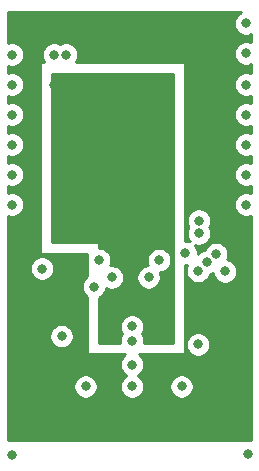
<source format=gbr>
%TF.GenerationSoftware,KiCad,Pcbnew,(5.1.9-0-10_14)*%
%TF.CreationDate,2021-05-20T16:30:14+09:00*%
%TF.ProjectId,tracer,74726163-6572-42e6-9b69-6361645f7063,rev?*%
%TF.SameCoordinates,Original*%
%TF.FileFunction,Copper,L3,Inr*%
%TF.FilePolarity,Positive*%
%FSLAX46Y46*%
G04 Gerber Fmt 4.6, Leading zero omitted, Abs format (unit mm)*
G04 Created by KiCad (PCBNEW (5.1.9-0-10_14)) date 2021-05-20 16:30:14*
%MOMM*%
%LPD*%
G01*
G04 APERTURE LIST*
%TA.AperFunction,ComponentPad*%
%ADD10C,0.800000*%
%TD*%
%TA.AperFunction,ViaPad*%
%ADD11C,0.800000*%
%TD*%
%TA.AperFunction,Conductor*%
%ADD12C,0.254000*%
%TD*%
%TA.AperFunction,Conductor*%
%ADD13C,0.100000*%
%TD*%
G04 APERTURE END LIST*
D10*
%TO.N,Net-(A1-Pad14)*%
%TO.C,TP14*%
X9906000Y38227000D03*
%TD*%
%TO.N,Net-(A1-Pad13)*%
%TO.C,TP13*%
X9906000Y35687000D03*
%TD*%
%TO.N,Net-(A1-Pad19)*%
%TO.C,TP19*%
X2540000Y23368000D03*
%TD*%
%TO.N,Net-(A1-Pad17)*%
%TO.C,TP17*%
X-2540000Y23368000D03*
%TD*%
D11*
%TO.N,GND*%
X254000Y12671000D03*
X-3683000Y12671000D03*
X5842000Y16227000D03*
X-5715000Y16925500D03*
X-7366000Y22640500D03*
X254000Y17751000D03*
X4445000Y12671000D03*
X-9906000Y40767000D03*
X-6350000Y40767000D03*
X-5334000Y40767000D03*
X-1460500Y21907500D03*
X1651000Y21907500D03*
X8128000Y22415500D03*
X10033000Y6921500D03*
X-9906000Y6858000D03*
%TO.N,/~SS*%
X4762500Y23974000D03*
X9906000Y30607000D03*
%TO.N,/CLK*%
X9906000Y28067000D03*
X5842000Y22450000D03*
%TO.N,/SDI*%
X5905500Y25625000D03*
%TO.N,/~SHDN*%
X254000Y14512500D03*
X-9906000Y30607000D03*
%TO.N,/~RS*%
X254000Y16544500D03*
X-2984500Y21116500D03*
X-9906000Y28067000D03*
%TO.N,+5V*%
X-9525000Y22640500D03*
X-5334000Y43307000D03*
X-9906000Y43307000D03*
X-6350000Y43307000D03*
X9937750Y22701250D03*
%TO.N,/RELAY2*%
X-9906000Y33147000D03*
%TO.N,/RELAY1*%
X-9906000Y35687000D03*
%TO.N,/SDO1*%
X5905500Y26704500D03*
X9906000Y33147000D03*
%TO.N,/SDO2*%
X6604000Y23212000D03*
%TO.N,+3V3*%
X-9906000Y38227000D03*
X-6350000Y38227000D03*
X-5334000Y38227000D03*
X0Y21145500D03*
%TO.N,Net-(A1-Pad15)*%
X9906000Y40865000D03*
%TO.N,Net-(A1-Pad16)*%
X9906000Y43405000D03*
%TO.N,Net-(D1-Pad2)*%
X7366000Y23876000D03*
%TD*%
D12*
%TO.N,+3V3*%
X3718000Y16377000D02*
X1275959Y16377000D01*
X1289000Y16442561D01*
X1289000Y16646439D01*
X1249226Y16846398D01*
X1171205Y17034756D01*
X1095705Y17147750D01*
X1171205Y17260744D01*
X1249226Y17449102D01*
X1289000Y17649061D01*
X1289000Y17852939D01*
X1249226Y18052898D01*
X1171205Y18241256D01*
X1057937Y18410774D01*
X913774Y18554937D01*
X744256Y18668205D01*
X555898Y18746226D01*
X355939Y18786000D01*
X152061Y18786000D01*
X-47898Y18746226D01*
X-236256Y18668205D01*
X-405774Y18554937D01*
X-549937Y18410774D01*
X-663205Y18241256D01*
X-741226Y18052898D01*
X-781000Y17852939D01*
X-781000Y17649061D01*
X-741226Y17449102D01*
X-663205Y17260744D01*
X-587705Y17147750D01*
X-663205Y17034756D01*
X-741226Y16846398D01*
X-781000Y16646439D01*
X-781000Y16442561D01*
X-767959Y16377000D01*
X-2528000Y16377000D01*
X-2528000Y20185313D01*
X-2494244Y20199295D01*
X-2324726Y20312563D01*
X-2180563Y20456726D01*
X-2067295Y20626244D01*
X-1989274Y20814602D01*
X-1953908Y20992401D01*
X-1950756Y20990295D01*
X-1762398Y20912274D01*
X-1562439Y20872500D01*
X-1358561Y20872500D01*
X-1158602Y20912274D01*
X-970244Y20990295D01*
X-800726Y21103563D01*
X-656563Y21247726D01*
X-543295Y21417244D01*
X-465274Y21605602D01*
X-425500Y21805561D01*
X-425500Y22009439D01*
X616000Y22009439D01*
X616000Y21805561D01*
X655774Y21605602D01*
X733795Y21417244D01*
X847063Y21247726D01*
X991226Y21103563D01*
X1160744Y20990295D01*
X1349102Y20912274D01*
X1549061Y20872500D01*
X1752939Y20872500D01*
X1952898Y20912274D01*
X2141256Y20990295D01*
X2310774Y21103563D01*
X2454937Y21247726D01*
X2568205Y21417244D01*
X2646226Y21605602D01*
X2686000Y21805561D01*
X2686000Y22009439D01*
X2646226Y22209398D01*
X2595028Y22333000D01*
X2641939Y22333000D01*
X2841898Y22372774D01*
X3030256Y22450795D01*
X3199774Y22564063D01*
X3343937Y22708226D01*
X3457205Y22877744D01*
X3535226Y23066102D01*
X3575000Y23266061D01*
X3575000Y23469939D01*
X3535226Y23669898D01*
X3457205Y23858256D01*
X3343937Y24027774D01*
X3199774Y24171937D01*
X3030256Y24285205D01*
X2841898Y24363226D01*
X2641939Y24403000D01*
X2438061Y24403000D01*
X2238102Y24363226D01*
X2049744Y24285205D01*
X1880226Y24171937D01*
X1736063Y24027774D01*
X1622795Y23858256D01*
X1544774Y23669898D01*
X1505000Y23469939D01*
X1505000Y23266061D01*
X1544774Y23066102D01*
X1595972Y22942500D01*
X1549061Y22942500D01*
X1349102Y22902726D01*
X1160744Y22824705D01*
X991226Y22711437D01*
X847063Y22567274D01*
X733795Y22397756D01*
X655774Y22209398D01*
X616000Y22009439D01*
X-425500Y22009439D01*
X-465274Y22209398D01*
X-543295Y22397756D01*
X-656563Y22567274D01*
X-800726Y22711437D01*
X-970244Y22824705D01*
X-1158602Y22902726D01*
X-1358561Y22942500D01*
X-1562439Y22942500D01*
X-1598983Y22935231D01*
X-1544774Y23066102D01*
X-1505000Y23266061D01*
X-1505000Y23469939D01*
X-1544774Y23669898D01*
X-1622795Y23858256D01*
X-1736063Y24027774D01*
X-1880226Y24171937D01*
X-2049744Y24285205D01*
X-2238102Y24363226D01*
X-2438061Y24403000D01*
X-2528000Y24403000D01*
X-2528000Y24750000D01*
X-2530440Y24774776D01*
X-2537667Y24798601D01*
X-2549403Y24820557D01*
X-2565197Y24839803D01*
X-2584443Y24855597D01*
X-2606399Y24867333D01*
X-2630224Y24874560D01*
X-2655000Y24877000D01*
X-6528000Y24877000D01*
X-6528000Y39123000D01*
X3718000Y39123000D01*
X3718000Y16377000D01*
%TA.AperFunction,Conductor*%
D13*
G36*
X3718000Y16377000D02*
G01*
X1275959Y16377000D01*
X1289000Y16442561D01*
X1289000Y16646439D01*
X1249226Y16846398D01*
X1171205Y17034756D01*
X1095705Y17147750D01*
X1171205Y17260744D01*
X1249226Y17449102D01*
X1289000Y17649061D01*
X1289000Y17852939D01*
X1249226Y18052898D01*
X1171205Y18241256D01*
X1057937Y18410774D01*
X913774Y18554937D01*
X744256Y18668205D01*
X555898Y18746226D01*
X355939Y18786000D01*
X152061Y18786000D01*
X-47898Y18746226D01*
X-236256Y18668205D01*
X-405774Y18554937D01*
X-549937Y18410774D01*
X-663205Y18241256D01*
X-741226Y18052898D01*
X-781000Y17852939D01*
X-781000Y17649061D01*
X-741226Y17449102D01*
X-663205Y17260744D01*
X-587705Y17147750D01*
X-663205Y17034756D01*
X-741226Y16846398D01*
X-781000Y16646439D01*
X-781000Y16442561D01*
X-767959Y16377000D01*
X-2528000Y16377000D01*
X-2528000Y20185313D01*
X-2494244Y20199295D01*
X-2324726Y20312563D01*
X-2180563Y20456726D01*
X-2067295Y20626244D01*
X-1989274Y20814602D01*
X-1953908Y20992401D01*
X-1950756Y20990295D01*
X-1762398Y20912274D01*
X-1562439Y20872500D01*
X-1358561Y20872500D01*
X-1158602Y20912274D01*
X-970244Y20990295D01*
X-800726Y21103563D01*
X-656563Y21247726D01*
X-543295Y21417244D01*
X-465274Y21605602D01*
X-425500Y21805561D01*
X-425500Y22009439D01*
X616000Y22009439D01*
X616000Y21805561D01*
X655774Y21605602D01*
X733795Y21417244D01*
X847063Y21247726D01*
X991226Y21103563D01*
X1160744Y20990295D01*
X1349102Y20912274D01*
X1549061Y20872500D01*
X1752939Y20872500D01*
X1952898Y20912274D01*
X2141256Y20990295D01*
X2310774Y21103563D01*
X2454937Y21247726D01*
X2568205Y21417244D01*
X2646226Y21605602D01*
X2686000Y21805561D01*
X2686000Y22009439D01*
X2646226Y22209398D01*
X2595028Y22333000D01*
X2641939Y22333000D01*
X2841898Y22372774D01*
X3030256Y22450795D01*
X3199774Y22564063D01*
X3343937Y22708226D01*
X3457205Y22877744D01*
X3535226Y23066102D01*
X3575000Y23266061D01*
X3575000Y23469939D01*
X3535226Y23669898D01*
X3457205Y23858256D01*
X3343937Y24027774D01*
X3199774Y24171937D01*
X3030256Y24285205D01*
X2841898Y24363226D01*
X2641939Y24403000D01*
X2438061Y24403000D01*
X2238102Y24363226D01*
X2049744Y24285205D01*
X1880226Y24171937D01*
X1736063Y24027774D01*
X1622795Y23858256D01*
X1544774Y23669898D01*
X1505000Y23469939D01*
X1505000Y23266061D01*
X1544774Y23066102D01*
X1595972Y22942500D01*
X1549061Y22942500D01*
X1349102Y22902726D01*
X1160744Y22824705D01*
X991226Y22711437D01*
X847063Y22567274D01*
X733795Y22397756D01*
X655774Y22209398D01*
X616000Y22009439D01*
X-425500Y22009439D01*
X-465274Y22209398D01*
X-543295Y22397756D01*
X-656563Y22567274D01*
X-800726Y22711437D01*
X-970244Y22824705D01*
X-1158602Y22902726D01*
X-1358561Y22942500D01*
X-1562439Y22942500D01*
X-1598983Y22935231D01*
X-1544774Y23066102D01*
X-1505000Y23266061D01*
X-1505000Y23469939D01*
X-1544774Y23669898D01*
X-1622795Y23858256D01*
X-1736063Y24027774D01*
X-1880226Y24171937D01*
X-2049744Y24285205D01*
X-2238102Y24363226D01*
X-2438061Y24403000D01*
X-2528000Y24403000D01*
X-2528000Y24750000D01*
X-2530440Y24774776D01*
X-2537667Y24798601D01*
X-2549403Y24820557D01*
X-2565197Y24839803D01*
X-2584443Y24855597D01*
X-2606399Y24867333D01*
X-2630224Y24874560D01*
X-2655000Y24877000D01*
X-6528000Y24877000D01*
X-6528000Y39123000D01*
X3718000Y39123000D01*
X3718000Y16377000D01*
G37*
%TD.AperFunction*%
%TD*%
D12*
%TO.N,+5V*%
X9415744Y44322205D02*
X9246226Y44208937D01*
X9102063Y44064774D01*
X8988795Y43895256D01*
X8910774Y43706898D01*
X8871000Y43506939D01*
X8871000Y43303061D01*
X8910774Y43103102D01*
X8988795Y42914744D01*
X9102063Y42745226D01*
X9246226Y42601063D01*
X9415744Y42487795D01*
X9604102Y42409774D01*
X9804061Y42370000D01*
X10007939Y42370000D01*
X10207898Y42409774D01*
X10340001Y42464493D01*
X10340001Y41805507D01*
X10207898Y41860226D01*
X10007939Y41900000D01*
X9804061Y41900000D01*
X9604102Y41860226D01*
X9415744Y41782205D01*
X9246226Y41668937D01*
X9102063Y41524774D01*
X8988795Y41355256D01*
X8910774Y41166898D01*
X8871000Y40966939D01*
X8871000Y40763061D01*
X8910774Y40563102D01*
X8988795Y40374744D01*
X9102063Y40205226D01*
X9246226Y40061063D01*
X9415744Y39947795D01*
X9604102Y39869774D01*
X9804061Y39830000D01*
X10007939Y39830000D01*
X10207898Y39869774D01*
X10340001Y39924493D01*
X10340001Y39167507D01*
X10207898Y39222226D01*
X10007939Y39262000D01*
X9804061Y39262000D01*
X9604102Y39222226D01*
X9415744Y39144205D01*
X9246226Y39030937D01*
X9102063Y38886774D01*
X8988795Y38717256D01*
X8910774Y38528898D01*
X8871000Y38328939D01*
X8871000Y38125061D01*
X8910774Y37925102D01*
X8988795Y37736744D01*
X9102063Y37567226D01*
X9246226Y37423063D01*
X9415744Y37309795D01*
X9604102Y37231774D01*
X9804061Y37192000D01*
X10007939Y37192000D01*
X10207898Y37231774D01*
X10340001Y37286493D01*
X10340001Y36627507D01*
X10207898Y36682226D01*
X10007939Y36722000D01*
X9804061Y36722000D01*
X9604102Y36682226D01*
X9415744Y36604205D01*
X9246226Y36490937D01*
X9102063Y36346774D01*
X8988795Y36177256D01*
X8910774Y35988898D01*
X8871000Y35788939D01*
X8871000Y35585061D01*
X8910774Y35385102D01*
X8988795Y35196744D01*
X9102063Y35027226D01*
X9246226Y34883063D01*
X9415744Y34769795D01*
X9604102Y34691774D01*
X9804061Y34652000D01*
X10007939Y34652000D01*
X10207898Y34691774D01*
X10340001Y34746493D01*
X10340001Y34087507D01*
X10207898Y34142226D01*
X10007939Y34182000D01*
X9804061Y34182000D01*
X9604102Y34142226D01*
X9415744Y34064205D01*
X9246226Y33950937D01*
X9102063Y33806774D01*
X8988795Y33637256D01*
X8910774Y33448898D01*
X8871000Y33248939D01*
X8871000Y33045061D01*
X8910774Y32845102D01*
X8988795Y32656744D01*
X9008669Y32627000D01*
X4722000Y32627000D01*
X4722000Y40000000D01*
X4719560Y40024776D01*
X4712333Y40048601D01*
X4700597Y40070557D01*
X4684803Y40089803D01*
X4665557Y40105597D01*
X4643601Y40117333D01*
X4619776Y40124560D01*
X4595000Y40127000D01*
X-4516850Y40127000D01*
X-4416795Y40276744D01*
X-4338774Y40465102D01*
X-4299000Y40665061D01*
X-4299000Y40868939D01*
X-4338774Y41068898D01*
X-4416795Y41257256D01*
X-4530063Y41426774D01*
X-4674226Y41570937D01*
X-4843744Y41684205D01*
X-5032102Y41762226D01*
X-5232061Y41802000D01*
X-5435939Y41802000D01*
X-5635898Y41762226D01*
X-5824256Y41684205D01*
X-5842000Y41672349D01*
X-5859744Y41684205D01*
X-6048102Y41762226D01*
X-6248061Y41802000D01*
X-6451939Y41802000D01*
X-6651898Y41762226D01*
X-6840256Y41684205D01*
X-7009774Y41570937D01*
X-7153937Y41426774D01*
X-7267205Y41257256D01*
X-7345226Y41068898D01*
X-7385000Y40868939D01*
X-7385000Y40665061D01*
X-7345226Y40465102D01*
X-7267205Y40276744D01*
X-7167150Y40127000D01*
X-7405000Y40127000D01*
X-7429776Y40124560D01*
X-7453601Y40117333D01*
X-7475557Y40105597D01*
X-7494803Y40089803D01*
X-7510597Y40070557D01*
X-7522333Y40048601D01*
X-7529560Y40024776D01*
X-7532000Y40000000D01*
X-7532000Y24000000D01*
X-7529560Y23975224D01*
X-7522333Y23951399D01*
X-7510597Y23929443D01*
X-7494803Y23910197D01*
X-7475557Y23894403D01*
X-7453601Y23882667D01*
X-7429776Y23875440D01*
X-7405000Y23873000D01*
X-3532000Y23873000D01*
X-3532000Y23677686D01*
X-3535226Y23669898D01*
X-3575000Y23469939D01*
X-3575000Y23266061D01*
X-3535226Y23066102D01*
X-3532000Y23058314D01*
X-3532000Y21995456D01*
X-3644274Y21920437D01*
X-3788437Y21776274D01*
X-3901705Y21606756D01*
X-3979726Y21418398D01*
X-4019500Y21218439D01*
X-4019500Y21014561D01*
X-3979726Y20814602D01*
X-3901705Y20626244D01*
X-3788437Y20456726D01*
X-3644274Y20312563D01*
X-3532000Y20237544D01*
X-3532000Y15500000D01*
X-3529560Y15475224D01*
X-3522333Y15451399D01*
X-3510597Y15429443D01*
X-3494803Y15410197D01*
X-3475557Y15394403D01*
X-3453601Y15382667D01*
X-3429776Y15375440D01*
X-3405000Y15373000D01*
X-321121Y15373000D01*
X-405774Y15316437D01*
X-549937Y15172274D01*
X-663205Y15002756D01*
X-741226Y14814398D01*
X-781000Y14614439D01*
X-781000Y14410561D01*
X-741226Y14210602D01*
X-663205Y14022244D01*
X-549937Y13852726D01*
X-405774Y13708563D01*
X-236256Y13595295D01*
X-227698Y13591750D01*
X-236256Y13588205D01*
X-405774Y13474937D01*
X-549937Y13330774D01*
X-663205Y13161256D01*
X-741226Y12972898D01*
X-781000Y12772939D01*
X-781000Y12569061D01*
X-741226Y12369102D01*
X-663205Y12180744D01*
X-549937Y12011226D01*
X-405774Y11867063D01*
X-236256Y11753795D01*
X-47898Y11675774D01*
X152061Y11636000D01*
X355939Y11636000D01*
X555898Y11675774D01*
X744256Y11753795D01*
X913774Y11867063D01*
X1057937Y12011226D01*
X1171205Y12180744D01*
X1249226Y12369102D01*
X1289000Y12569061D01*
X1289000Y12772939D01*
X3410000Y12772939D01*
X3410000Y12569061D01*
X3449774Y12369102D01*
X3527795Y12180744D01*
X3641063Y12011226D01*
X3785226Y11867063D01*
X3954744Y11753795D01*
X4143102Y11675774D01*
X4343061Y11636000D01*
X4546939Y11636000D01*
X4746898Y11675774D01*
X4935256Y11753795D01*
X5104774Y11867063D01*
X5248937Y12011226D01*
X5362205Y12180744D01*
X5440226Y12369102D01*
X5480000Y12569061D01*
X5480000Y12772939D01*
X5440226Y12972898D01*
X5362205Y13161256D01*
X5248937Y13330774D01*
X5104774Y13474937D01*
X4935256Y13588205D01*
X4746898Y13666226D01*
X4546939Y13706000D01*
X4343061Y13706000D01*
X4143102Y13666226D01*
X3954744Y13588205D01*
X3785226Y13474937D01*
X3641063Y13330774D01*
X3527795Y13161256D01*
X3449774Y12972898D01*
X3410000Y12772939D01*
X1289000Y12772939D01*
X1249226Y12972898D01*
X1171205Y13161256D01*
X1057937Y13330774D01*
X913774Y13474937D01*
X744256Y13588205D01*
X735698Y13591750D01*
X744256Y13595295D01*
X913774Y13708563D01*
X1057937Y13852726D01*
X1171205Y14022244D01*
X1249226Y14210602D01*
X1289000Y14410561D01*
X1289000Y14614439D01*
X1249226Y14814398D01*
X1171205Y15002756D01*
X1057937Y15172274D01*
X913774Y15316437D01*
X829121Y15373000D01*
X4595000Y15373000D01*
X4619776Y15375440D01*
X4643601Y15382667D01*
X4665557Y15394403D01*
X4684803Y15410197D01*
X4700597Y15429443D01*
X4712333Y15451399D01*
X4719560Y15475224D01*
X4722000Y15500000D01*
X4722000Y16328939D01*
X4807000Y16328939D01*
X4807000Y16125061D01*
X4846774Y15925102D01*
X4924795Y15736744D01*
X5038063Y15567226D01*
X5182226Y15423063D01*
X5351744Y15309795D01*
X5540102Y15231774D01*
X5740061Y15192000D01*
X5943939Y15192000D01*
X6143898Y15231774D01*
X6332256Y15309795D01*
X6501774Y15423063D01*
X6645937Y15567226D01*
X6759205Y15736744D01*
X6837226Y15925102D01*
X6877000Y16125061D01*
X6877000Y16328939D01*
X6837226Y16528898D01*
X6759205Y16717256D01*
X6645937Y16886774D01*
X6501774Y17030937D01*
X6332256Y17144205D01*
X6143898Y17222226D01*
X5943939Y17262000D01*
X5740061Y17262000D01*
X5540102Y17222226D01*
X5351744Y17144205D01*
X5182226Y17030937D01*
X5038063Y16886774D01*
X4924795Y16717256D01*
X4846774Y16528898D01*
X4807000Y16328939D01*
X4722000Y16328939D01*
X4722000Y22939000D01*
X4864439Y22939000D01*
X4933078Y22952653D01*
X4924795Y22940256D01*
X4846774Y22751898D01*
X4807000Y22551939D01*
X4807000Y22348061D01*
X4846774Y22148102D01*
X4924795Y21959744D01*
X5038063Y21790226D01*
X5182226Y21646063D01*
X5351744Y21532795D01*
X5540102Y21454774D01*
X5740061Y21415000D01*
X5943939Y21415000D01*
X6143898Y21454774D01*
X6332256Y21532795D01*
X6501774Y21646063D01*
X6645937Y21790226D01*
X6759205Y21959744D01*
X6837226Y22148102D01*
X6848619Y22205381D01*
X6905898Y22216774D01*
X7094256Y22294795D01*
X7096442Y22296256D01*
X7132774Y22113602D01*
X7210795Y21925244D01*
X7324063Y21755726D01*
X7468226Y21611563D01*
X7637744Y21498295D01*
X7826102Y21420274D01*
X8026061Y21380500D01*
X8229939Y21380500D01*
X8429898Y21420274D01*
X8618256Y21498295D01*
X8787774Y21611563D01*
X8931937Y21755726D01*
X9045205Y21925244D01*
X9123226Y22113602D01*
X9163000Y22313561D01*
X9163000Y22517439D01*
X9123226Y22717398D01*
X9045205Y22905756D01*
X8931937Y23075274D01*
X8787774Y23219437D01*
X8618256Y23332705D01*
X8429898Y23410726D01*
X8303932Y23435782D01*
X8361226Y23574102D01*
X8401000Y23774061D01*
X8401000Y23977939D01*
X8361226Y24177898D01*
X8283205Y24366256D01*
X8169937Y24535774D01*
X8025774Y24679937D01*
X7856256Y24793205D01*
X7667898Y24871226D01*
X7467939Y24911000D01*
X7264061Y24911000D01*
X7064102Y24871226D01*
X6875744Y24793205D01*
X6706226Y24679937D01*
X6562063Y24535774D01*
X6448795Y24366256D01*
X6390179Y24224745D01*
X6302102Y24207226D01*
X6113744Y24129205D01*
X5944226Y24015937D01*
X5800063Y23871774D01*
X5796332Y23866191D01*
X5797500Y23872061D01*
X5797500Y24075939D01*
X5757726Y24275898D01*
X5679705Y24464256D01*
X5566437Y24633774D01*
X5546986Y24653225D01*
X5603602Y24629774D01*
X5803561Y24590000D01*
X6007439Y24590000D01*
X6207398Y24629774D01*
X6395756Y24707795D01*
X6565274Y24821063D01*
X6709437Y24965226D01*
X6822705Y25134744D01*
X6900726Y25323102D01*
X6940500Y25523061D01*
X6940500Y25726939D01*
X6900726Y25926898D01*
X6822705Y26115256D01*
X6789634Y26164750D01*
X6822705Y26214244D01*
X6900726Y26402602D01*
X6940500Y26602561D01*
X6940500Y26806439D01*
X6900726Y27006398D01*
X6822705Y27194756D01*
X6709437Y27364274D01*
X6565274Y27508437D01*
X6395756Y27621705D01*
X6207398Y27699726D01*
X6007439Y27739500D01*
X5803561Y27739500D01*
X5603602Y27699726D01*
X5415244Y27621705D01*
X5245726Y27508437D01*
X5101563Y27364274D01*
X4988295Y27194756D01*
X4910274Y27006398D01*
X4870500Y26806439D01*
X4870500Y26602561D01*
X4910274Y26402602D01*
X4988295Y26214244D01*
X5021366Y26164750D01*
X4988295Y26115256D01*
X4910274Y25926898D01*
X4870500Y25726939D01*
X4870500Y25523061D01*
X4910274Y25323102D01*
X4988295Y25134744D01*
X5101563Y24965226D01*
X5121014Y24945775D01*
X5064398Y24969226D01*
X4864439Y25009000D01*
X4722000Y25009000D01*
X4722000Y30873000D01*
X8903634Y30873000D01*
X8871000Y30708939D01*
X8871000Y30505061D01*
X8910774Y30305102D01*
X8988795Y30116744D01*
X9102063Y29947226D01*
X9246226Y29803063D01*
X9415744Y29689795D01*
X9604102Y29611774D01*
X9804061Y29572000D01*
X10007939Y29572000D01*
X10207898Y29611774D01*
X10340001Y29666493D01*
X10340001Y29007507D01*
X10207898Y29062226D01*
X10007939Y29102000D01*
X9804061Y29102000D01*
X9604102Y29062226D01*
X9415744Y28984205D01*
X9246226Y28870937D01*
X9102063Y28726774D01*
X8988795Y28557256D01*
X8910774Y28368898D01*
X8871000Y28168939D01*
X8871000Y27965061D01*
X8910774Y27765102D01*
X8988795Y27576744D01*
X9102063Y27407226D01*
X9246226Y27263063D01*
X9415744Y27149795D01*
X9604102Y27071774D01*
X9804061Y27032000D01*
X10007939Y27032000D01*
X10207898Y27071774D01*
X10340001Y27126493D01*
X10340000Y8127000D01*
X-10278000Y8127000D01*
X-10278000Y12772939D01*
X-4718000Y12772939D01*
X-4718000Y12569061D01*
X-4678226Y12369102D01*
X-4600205Y12180744D01*
X-4486937Y12011226D01*
X-4342774Y11867063D01*
X-4173256Y11753795D01*
X-3984898Y11675774D01*
X-3784939Y11636000D01*
X-3581061Y11636000D01*
X-3381102Y11675774D01*
X-3192744Y11753795D01*
X-3023226Y11867063D01*
X-2879063Y12011226D01*
X-2765795Y12180744D01*
X-2687774Y12369102D01*
X-2648000Y12569061D01*
X-2648000Y12772939D01*
X-2687774Y12972898D01*
X-2765795Y13161256D01*
X-2879063Y13330774D01*
X-3023226Y13474937D01*
X-3192744Y13588205D01*
X-3381102Y13666226D01*
X-3581061Y13706000D01*
X-3784939Y13706000D01*
X-3984898Y13666226D01*
X-4173256Y13588205D01*
X-4342774Y13474937D01*
X-4486937Y13330774D01*
X-4600205Y13161256D01*
X-4678226Y12972898D01*
X-4718000Y12772939D01*
X-10278000Y12772939D01*
X-10278000Y17027439D01*
X-6750000Y17027439D01*
X-6750000Y16823561D01*
X-6710226Y16623602D01*
X-6632205Y16435244D01*
X-6518937Y16265726D01*
X-6374774Y16121563D01*
X-6205256Y16008295D01*
X-6016898Y15930274D01*
X-5816939Y15890500D01*
X-5613061Y15890500D01*
X-5413102Y15930274D01*
X-5224744Y16008295D01*
X-5055226Y16121563D01*
X-4911063Y16265726D01*
X-4797795Y16435244D01*
X-4719774Y16623602D01*
X-4680000Y16823561D01*
X-4680000Y17027439D01*
X-4719774Y17227398D01*
X-4797795Y17415756D01*
X-4911063Y17585274D01*
X-5055226Y17729437D01*
X-5224744Y17842705D01*
X-5413102Y17920726D01*
X-5613061Y17960500D01*
X-5816939Y17960500D01*
X-6016898Y17920726D01*
X-6205256Y17842705D01*
X-6374774Y17729437D01*
X-6518937Y17585274D01*
X-6632205Y17415756D01*
X-6710226Y17227398D01*
X-6750000Y17027439D01*
X-10278000Y17027439D01*
X-10278000Y22742439D01*
X-8401000Y22742439D01*
X-8401000Y22538561D01*
X-8361226Y22338602D01*
X-8283205Y22150244D01*
X-8169937Y21980726D01*
X-8025774Y21836563D01*
X-7856256Y21723295D01*
X-7667898Y21645274D01*
X-7467939Y21605500D01*
X-7264061Y21605500D01*
X-7064102Y21645274D01*
X-6875744Y21723295D01*
X-6706226Y21836563D01*
X-6562063Y21980726D01*
X-6448795Y22150244D01*
X-6370774Y22338602D01*
X-6331000Y22538561D01*
X-6331000Y22742439D01*
X-6370774Y22942398D01*
X-6448795Y23130756D01*
X-6562063Y23300274D01*
X-6706226Y23444437D01*
X-6875744Y23557705D01*
X-7064102Y23635726D01*
X-7264061Y23675500D01*
X-7467939Y23675500D01*
X-7667898Y23635726D01*
X-7856256Y23557705D01*
X-8025774Y23444437D01*
X-8169937Y23300274D01*
X-8283205Y23130756D01*
X-8361226Y22942398D01*
X-8401000Y22742439D01*
X-10278000Y22742439D01*
X-10278000Y27100811D01*
X-10207898Y27071774D01*
X-10007939Y27032000D01*
X-9804061Y27032000D01*
X-9604102Y27071774D01*
X-9415744Y27149795D01*
X-9246226Y27263063D01*
X-9102063Y27407226D01*
X-8988795Y27576744D01*
X-8910774Y27765102D01*
X-8871000Y27965061D01*
X-8871000Y28168939D01*
X-8910774Y28368898D01*
X-8988795Y28557256D01*
X-9102063Y28726774D01*
X-9246226Y28870937D01*
X-9415744Y28984205D01*
X-9604102Y29062226D01*
X-9804061Y29102000D01*
X-10007939Y29102000D01*
X-10207898Y29062226D01*
X-10278000Y29033189D01*
X-10278000Y29640811D01*
X-10207898Y29611774D01*
X-10007939Y29572000D01*
X-9804061Y29572000D01*
X-9604102Y29611774D01*
X-9415744Y29689795D01*
X-9246226Y29803063D01*
X-9102063Y29947226D01*
X-8988795Y30116744D01*
X-8910774Y30305102D01*
X-8871000Y30505061D01*
X-8871000Y30708939D01*
X-8910774Y30908898D01*
X-8988795Y31097256D01*
X-9102063Y31266774D01*
X-9246226Y31410937D01*
X-9415744Y31524205D01*
X-9604102Y31602226D01*
X-9804061Y31642000D01*
X-10007939Y31642000D01*
X-10207898Y31602226D01*
X-10278000Y31573189D01*
X-10278000Y32180811D01*
X-10207898Y32151774D01*
X-10007939Y32112000D01*
X-9804061Y32112000D01*
X-9604102Y32151774D01*
X-9415744Y32229795D01*
X-9246226Y32343063D01*
X-9102063Y32487226D01*
X-8988795Y32656744D01*
X-8910774Y32845102D01*
X-8871000Y33045061D01*
X-8871000Y33248939D01*
X-8910774Y33448898D01*
X-8988795Y33637256D01*
X-9102063Y33806774D01*
X-9246226Y33950937D01*
X-9415744Y34064205D01*
X-9604102Y34142226D01*
X-9804061Y34182000D01*
X-10007939Y34182000D01*
X-10207898Y34142226D01*
X-10278000Y34113189D01*
X-10278000Y34720811D01*
X-10207898Y34691774D01*
X-10007939Y34652000D01*
X-9804061Y34652000D01*
X-9604102Y34691774D01*
X-9415744Y34769795D01*
X-9246226Y34883063D01*
X-9102063Y35027226D01*
X-8988795Y35196744D01*
X-8910774Y35385102D01*
X-8871000Y35585061D01*
X-8871000Y35788939D01*
X-8910774Y35988898D01*
X-8988795Y36177256D01*
X-9102063Y36346774D01*
X-9246226Y36490937D01*
X-9415744Y36604205D01*
X-9604102Y36682226D01*
X-9804061Y36722000D01*
X-10007939Y36722000D01*
X-10207898Y36682226D01*
X-10278000Y36653189D01*
X-10278000Y37260811D01*
X-10207898Y37231774D01*
X-10007939Y37192000D01*
X-9804061Y37192000D01*
X-9604102Y37231774D01*
X-9415744Y37309795D01*
X-9246226Y37423063D01*
X-9102063Y37567226D01*
X-8988795Y37736744D01*
X-8910774Y37925102D01*
X-8871000Y38125061D01*
X-8871000Y38328939D01*
X-8910774Y38528898D01*
X-8988795Y38717256D01*
X-9102063Y38886774D01*
X-9246226Y39030937D01*
X-9415744Y39144205D01*
X-9604102Y39222226D01*
X-9804061Y39262000D01*
X-10007939Y39262000D01*
X-10207898Y39222226D01*
X-10278000Y39193189D01*
X-10278000Y39800811D01*
X-10207898Y39771774D01*
X-10007939Y39732000D01*
X-9804061Y39732000D01*
X-9604102Y39771774D01*
X-9415744Y39849795D01*
X-9246226Y39963063D01*
X-9102063Y40107226D01*
X-8988795Y40276744D01*
X-8910774Y40465102D01*
X-8871000Y40665061D01*
X-8871000Y40868939D01*
X-8910774Y41068898D01*
X-8988795Y41257256D01*
X-9102063Y41426774D01*
X-9246226Y41570937D01*
X-9415744Y41684205D01*
X-9604102Y41762226D01*
X-9804061Y41802000D01*
X-10007939Y41802000D01*
X-10207898Y41762226D01*
X-10278000Y41733189D01*
X-10278000Y44340000D01*
X9458705Y44340000D01*
X9415744Y44322205D01*
%TA.AperFunction,Conductor*%
D13*
G36*
X9415744Y44322205D02*
G01*
X9246226Y44208937D01*
X9102063Y44064774D01*
X8988795Y43895256D01*
X8910774Y43706898D01*
X8871000Y43506939D01*
X8871000Y43303061D01*
X8910774Y43103102D01*
X8988795Y42914744D01*
X9102063Y42745226D01*
X9246226Y42601063D01*
X9415744Y42487795D01*
X9604102Y42409774D01*
X9804061Y42370000D01*
X10007939Y42370000D01*
X10207898Y42409774D01*
X10340001Y42464493D01*
X10340001Y41805507D01*
X10207898Y41860226D01*
X10007939Y41900000D01*
X9804061Y41900000D01*
X9604102Y41860226D01*
X9415744Y41782205D01*
X9246226Y41668937D01*
X9102063Y41524774D01*
X8988795Y41355256D01*
X8910774Y41166898D01*
X8871000Y40966939D01*
X8871000Y40763061D01*
X8910774Y40563102D01*
X8988795Y40374744D01*
X9102063Y40205226D01*
X9246226Y40061063D01*
X9415744Y39947795D01*
X9604102Y39869774D01*
X9804061Y39830000D01*
X10007939Y39830000D01*
X10207898Y39869774D01*
X10340001Y39924493D01*
X10340001Y39167507D01*
X10207898Y39222226D01*
X10007939Y39262000D01*
X9804061Y39262000D01*
X9604102Y39222226D01*
X9415744Y39144205D01*
X9246226Y39030937D01*
X9102063Y38886774D01*
X8988795Y38717256D01*
X8910774Y38528898D01*
X8871000Y38328939D01*
X8871000Y38125061D01*
X8910774Y37925102D01*
X8988795Y37736744D01*
X9102063Y37567226D01*
X9246226Y37423063D01*
X9415744Y37309795D01*
X9604102Y37231774D01*
X9804061Y37192000D01*
X10007939Y37192000D01*
X10207898Y37231774D01*
X10340001Y37286493D01*
X10340001Y36627507D01*
X10207898Y36682226D01*
X10007939Y36722000D01*
X9804061Y36722000D01*
X9604102Y36682226D01*
X9415744Y36604205D01*
X9246226Y36490937D01*
X9102063Y36346774D01*
X8988795Y36177256D01*
X8910774Y35988898D01*
X8871000Y35788939D01*
X8871000Y35585061D01*
X8910774Y35385102D01*
X8988795Y35196744D01*
X9102063Y35027226D01*
X9246226Y34883063D01*
X9415744Y34769795D01*
X9604102Y34691774D01*
X9804061Y34652000D01*
X10007939Y34652000D01*
X10207898Y34691774D01*
X10340001Y34746493D01*
X10340001Y34087507D01*
X10207898Y34142226D01*
X10007939Y34182000D01*
X9804061Y34182000D01*
X9604102Y34142226D01*
X9415744Y34064205D01*
X9246226Y33950937D01*
X9102063Y33806774D01*
X8988795Y33637256D01*
X8910774Y33448898D01*
X8871000Y33248939D01*
X8871000Y33045061D01*
X8910774Y32845102D01*
X8988795Y32656744D01*
X9008669Y32627000D01*
X4722000Y32627000D01*
X4722000Y40000000D01*
X4719560Y40024776D01*
X4712333Y40048601D01*
X4700597Y40070557D01*
X4684803Y40089803D01*
X4665557Y40105597D01*
X4643601Y40117333D01*
X4619776Y40124560D01*
X4595000Y40127000D01*
X-4516850Y40127000D01*
X-4416795Y40276744D01*
X-4338774Y40465102D01*
X-4299000Y40665061D01*
X-4299000Y40868939D01*
X-4338774Y41068898D01*
X-4416795Y41257256D01*
X-4530063Y41426774D01*
X-4674226Y41570937D01*
X-4843744Y41684205D01*
X-5032102Y41762226D01*
X-5232061Y41802000D01*
X-5435939Y41802000D01*
X-5635898Y41762226D01*
X-5824256Y41684205D01*
X-5842000Y41672349D01*
X-5859744Y41684205D01*
X-6048102Y41762226D01*
X-6248061Y41802000D01*
X-6451939Y41802000D01*
X-6651898Y41762226D01*
X-6840256Y41684205D01*
X-7009774Y41570937D01*
X-7153937Y41426774D01*
X-7267205Y41257256D01*
X-7345226Y41068898D01*
X-7385000Y40868939D01*
X-7385000Y40665061D01*
X-7345226Y40465102D01*
X-7267205Y40276744D01*
X-7167150Y40127000D01*
X-7405000Y40127000D01*
X-7429776Y40124560D01*
X-7453601Y40117333D01*
X-7475557Y40105597D01*
X-7494803Y40089803D01*
X-7510597Y40070557D01*
X-7522333Y40048601D01*
X-7529560Y40024776D01*
X-7532000Y40000000D01*
X-7532000Y24000000D01*
X-7529560Y23975224D01*
X-7522333Y23951399D01*
X-7510597Y23929443D01*
X-7494803Y23910197D01*
X-7475557Y23894403D01*
X-7453601Y23882667D01*
X-7429776Y23875440D01*
X-7405000Y23873000D01*
X-3532000Y23873000D01*
X-3532000Y23677686D01*
X-3535226Y23669898D01*
X-3575000Y23469939D01*
X-3575000Y23266061D01*
X-3535226Y23066102D01*
X-3532000Y23058314D01*
X-3532000Y21995456D01*
X-3644274Y21920437D01*
X-3788437Y21776274D01*
X-3901705Y21606756D01*
X-3979726Y21418398D01*
X-4019500Y21218439D01*
X-4019500Y21014561D01*
X-3979726Y20814602D01*
X-3901705Y20626244D01*
X-3788437Y20456726D01*
X-3644274Y20312563D01*
X-3532000Y20237544D01*
X-3532000Y15500000D01*
X-3529560Y15475224D01*
X-3522333Y15451399D01*
X-3510597Y15429443D01*
X-3494803Y15410197D01*
X-3475557Y15394403D01*
X-3453601Y15382667D01*
X-3429776Y15375440D01*
X-3405000Y15373000D01*
X-321121Y15373000D01*
X-405774Y15316437D01*
X-549937Y15172274D01*
X-663205Y15002756D01*
X-741226Y14814398D01*
X-781000Y14614439D01*
X-781000Y14410561D01*
X-741226Y14210602D01*
X-663205Y14022244D01*
X-549937Y13852726D01*
X-405774Y13708563D01*
X-236256Y13595295D01*
X-227698Y13591750D01*
X-236256Y13588205D01*
X-405774Y13474937D01*
X-549937Y13330774D01*
X-663205Y13161256D01*
X-741226Y12972898D01*
X-781000Y12772939D01*
X-781000Y12569061D01*
X-741226Y12369102D01*
X-663205Y12180744D01*
X-549937Y12011226D01*
X-405774Y11867063D01*
X-236256Y11753795D01*
X-47898Y11675774D01*
X152061Y11636000D01*
X355939Y11636000D01*
X555898Y11675774D01*
X744256Y11753795D01*
X913774Y11867063D01*
X1057937Y12011226D01*
X1171205Y12180744D01*
X1249226Y12369102D01*
X1289000Y12569061D01*
X1289000Y12772939D01*
X3410000Y12772939D01*
X3410000Y12569061D01*
X3449774Y12369102D01*
X3527795Y12180744D01*
X3641063Y12011226D01*
X3785226Y11867063D01*
X3954744Y11753795D01*
X4143102Y11675774D01*
X4343061Y11636000D01*
X4546939Y11636000D01*
X4746898Y11675774D01*
X4935256Y11753795D01*
X5104774Y11867063D01*
X5248937Y12011226D01*
X5362205Y12180744D01*
X5440226Y12369102D01*
X5480000Y12569061D01*
X5480000Y12772939D01*
X5440226Y12972898D01*
X5362205Y13161256D01*
X5248937Y13330774D01*
X5104774Y13474937D01*
X4935256Y13588205D01*
X4746898Y13666226D01*
X4546939Y13706000D01*
X4343061Y13706000D01*
X4143102Y13666226D01*
X3954744Y13588205D01*
X3785226Y13474937D01*
X3641063Y13330774D01*
X3527795Y13161256D01*
X3449774Y12972898D01*
X3410000Y12772939D01*
X1289000Y12772939D01*
X1249226Y12972898D01*
X1171205Y13161256D01*
X1057937Y13330774D01*
X913774Y13474937D01*
X744256Y13588205D01*
X735698Y13591750D01*
X744256Y13595295D01*
X913774Y13708563D01*
X1057937Y13852726D01*
X1171205Y14022244D01*
X1249226Y14210602D01*
X1289000Y14410561D01*
X1289000Y14614439D01*
X1249226Y14814398D01*
X1171205Y15002756D01*
X1057937Y15172274D01*
X913774Y15316437D01*
X829121Y15373000D01*
X4595000Y15373000D01*
X4619776Y15375440D01*
X4643601Y15382667D01*
X4665557Y15394403D01*
X4684803Y15410197D01*
X4700597Y15429443D01*
X4712333Y15451399D01*
X4719560Y15475224D01*
X4722000Y15500000D01*
X4722000Y16328939D01*
X4807000Y16328939D01*
X4807000Y16125061D01*
X4846774Y15925102D01*
X4924795Y15736744D01*
X5038063Y15567226D01*
X5182226Y15423063D01*
X5351744Y15309795D01*
X5540102Y15231774D01*
X5740061Y15192000D01*
X5943939Y15192000D01*
X6143898Y15231774D01*
X6332256Y15309795D01*
X6501774Y15423063D01*
X6645937Y15567226D01*
X6759205Y15736744D01*
X6837226Y15925102D01*
X6877000Y16125061D01*
X6877000Y16328939D01*
X6837226Y16528898D01*
X6759205Y16717256D01*
X6645937Y16886774D01*
X6501774Y17030937D01*
X6332256Y17144205D01*
X6143898Y17222226D01*
X5943939Y17262000D01*
X5740061Y17262000D01*
X5540102Y17222226D01*
X5351744Y17144205D01*
X5182226Y17030937D01*
X5038063Y16886774D01*
X4924795Y16717256D01*
X4846774Y16528898D01*
X4807000Y16328939D01*
X4722000Y16328939D01*
X4722000Y22939000D01*
X4864439Y22939000D01*
X4933078Y22952653D01*
X4924795Y22940256D01*
X4846774Y22751898D01*
X4807000Y22551939D01*
X4807000Y22348061D01*
X4846774Y22148102D01*
X4924795Y21959744D01*
X5038063Y21790226D01*
X5182226Y21646063D01*
X5351744Y21532795D01*
X5540102Y21454774D01*
X5740061Y21415000D01*
X5943939Y21415000D01*
X6143898Y21454774D01*
X6332256Y21532795D01*
X6501774Y21646063D01*
X6645937Y21790226D01*
X6759205Y21959744D01*
X6837226Y22148102D01*
X6848619Y22205381D01*
X6905898Y22216774D01*
X7094256Y22294795D01*
X7096442Y22296256D01*
X7132774Y22113602D01*
X7210795Y21925244D01*
X7324063Y21755726D01*
X7468226Y21611563D01*
X7637744Y21498295D01*
X7826102Y21420274D01*
X8026061Y21380500D01*
X8229939Y21380500D01*
X8429898Y21420274D01*
X8618256Y21498295D01*
X8787774Y21611563D01*
X8931937Y21755726D01*
X9045205Y21925244D01*
X9123226Y22113602D01*
X9163000Y22313561D01*
X9163000Y22517439D01*
X9123226Y22717398D01*
X9045205Y22905756D01*
X8931937Y23075274D01*
X8787774Y23219437D01*
X8618256Y23332705D01*
X8429898Y23410726D01*
X8303932Y23435782D01*
X8361226Y23574102D01*
X8401000Y23774061D01*
X8401000Y23977939D01*
X8361226Y24177898D01*
X8283205Y24366256D01*
X8169937Y24535774D01*
X8025774Y24679937D01*
X7856256Y24793205D01*
X7667898Y24871226D01*
X7467939Y24911000D01*
X7264061Y24911000D01*
X7064102Y24871226D01*
X6875744Y24793205D01*
X6706226Y24679937D01*
X6562063Y24535774D01*
X6448795Y24366256D01*
X6390179Y24224745D01*
X6302102Y24207226D01*
X6113744Y24129205D01*
X5944226Y24015937D01*
X5800063Y23871774D01*
X5796332Y23866191D01*
X5797500Y23872061D01*
X5797500Y24075939D01*
X5757726Y24275898D01*
X5679705Y24464256D01*
X5566437Y24633774D01*
X5546986Y24653225D01*
X5603602Y24629774D01*
X5803561Y24590000D01*
X6007439Y24590000D01*
X6207398Y24629774D01*
X6395756Y24707795D01*
X6565274Y24821063D01*
X6709437Y24965226D01*
X6822705Y25134744D01*
X6900726Y25323102D01*
X6940500Y25523061D01*
X6940500Y25726939D01*
X6900726Y25926898D01*
X6822705Y26115256D01*
X6789634Y26164750D01*
X6822705Y26214244D01*
X6900726Y26402602D01*
X6940500Y26602561D01*
X6940500Y26806439D01*
X6900726Y27006398D01*
X6822705Y27194756D01*
X6709437Y27364274D01*
X6565274Y27508437D01*
X6395756Y27621705D01*
X6207398Y27699726D01*
X6007439Y27739500D01*
X5803561Y27739500D01*
X5603602Y27699726D01*
X5415244Y27621705D01*
X5245726Y27508437D01*
X5101563Y27364274D01*
X4988295Y27194756D01*
X4910274Y27006398D01*
X4870500Y26806439D01*
X4870500Y26602561D01*
X4910274Y26402602D01*
X4988295Y26214244D01*
X5021366Y26164750D01*
X4988295Y26115256D01*
X4910274Y25926898D01*
X4870500Y25726939D01*
X4870500Y25523061D01*
X4910274Y25323102D01*
X4988295Y25134744D01*
X5101563Y24965226D01*
X5121014Y24945775D01*
X5064398Y24969226D01*
X4864439Y25009000D01*
X4722000Y25009000D01*
X4722000Y30873000D01*
X8903634Y30873000D01*
X8871000Y30708939D01*
X8871000Y30505061D01*
X8910774Y30305102D01*
X8988795Y30116744D01*
X9102063Y29947226D01*
X9246226Y29803063D01*
X9415744Y29689795D01*
X9604102Y29611774D01*
X9804061Y29572000D01*
X10007939Y29572000D01*
X10207898Y29611774D01*
X10340001Y29666493D01*
X10340001Y29007507D01*
X10207898Y29062226D01*
X10007939Y29102000D01*
X9804061Y29102000D01*
X9604102Y29062226D01*
X9415744Y28984205D01*
X9246226Y28870937D01*
X9102063Y28726774D01*
X8988795Y28557256D01*
X8910774Y28368898D01*
X8871000Y28168939D01*
X8871000Y27965061D01*
X8910774Y27765102D01*
X8988795Y27576744D01*
X9102063Y27407226D01*
X9246226Y27263063D01*
X9415744Y27149795D01*
X9604102Y27071774D01*
X9804061Y27032000D01*
X10007939Y27032000D01*
X10207898Y27071774D01*
X10340001Y27126493D01*
X10340000Y8127000D01*
X-10278000Y8127000D01*
X-10278000Y12772939D01*
X-4718000Y12772939D01*
X-4718000Y12569061D01*
X-4678226Y12369102D01*
X-4600205Y12180744D01*
X-4486937Y12011226D01*
X-4342774Y11867063D01*
X-4173256Y11753795D01*
X-3984898Y11675774D01*
X-3784939Y11636000D01*
X-3581061Y11636000D01*
X-3381102Y11675774D01*
X-3192744Y11753795D01*
X-3023226Y11867063D01*
X-2879063Y12011226D01*
X-2765795Y12180744D01*
X-2687774Y12369102D01*
X-2648000Y12569061D01*
X-2648000Y12772939D01*
X-2687774Y12972898D01*
X-2765795Y13161256D01*
X-2879063Y13330774D01*
X-3023226Y13474937D01*
X-3192744Y13588205D01*
X-3381102Y13666226D01*
X-3581061Y13706000D01*
X-3784939Y13706000D01*
X-3984898Y13666226D01*
X-4173256Y13588205D01*
X-4342774Y13474937D01*
X-4486937Y13330774D01*
X-4600205Y13161256D01*
X-4678226Y12972898D01*
X-4718000Y12772939D01*
X-10278000Y12772939D01*
X-10278000Y17027439D01*
X-6750000Y17027439D01*
X-6750000Y16823561D01*
X-6710226Y16623602D01*
X-6632205Y16435244D01*
X-6518937Y16265726D01*
X-6374774Y16121563D01*
X-6205256Y16008295D01*
X-6016898Y15930274D01*
X-5816939Y15890500D01*
X-5613061Y15890500D01*
X-5413102Y15930274D01*
X-5224744Y16008295D01*
X-5055226Y16121563D01*
X-4911063Y16265726D01*
X-4797795Y16435244D01*
X-4719774Y16623602D01*
X-4680000Y16823561D01*
X-4680000Y17027439D01*
X-4719774Y17227398D01*
X-4797795Y17415756D01*
X-4911063Y17585274D01*
X-5055226Y17729437D01*
X-5224744Y17842705D01*
X-5413102Y17920726D01*
X-5613061Y17960500D01*
X-5816939Y17960500D01*
X-6016898Y17920726D01*
X-6205256Y17842705D01*
X-6374774Y17729437D01*
X-6518937Y17585274D01*
X-6632205Y17415756D01*
X-6710226Y17227398D01*
X-6750000Y17027439D01*
X-10278000Y17027439D01*
X-10278000Y22742439D01*
X-8401000Y22742439D01*
X-8401000Y22538561D01*
X-8361226Y22338602D01*
X-8283205Y22150244D01*
X-8169937Y21980726D01*
X-8025774Y21836563D01*
X-7856256Y21723295D01*
X-7667898Y21645274D01*
X-7467939Y21605500D01*
X-7264061Y21605500D01*
X-7064102Y21645274D01*
X-6875744Y21723295D01*
X-6706226Y21836563D01*
X-6562063Y21980726D01*
X-6448795Y22150244D01*
X-6370774Y22338602D01*
X-6331000Y22538561D01*
X-6331000Y22742439D01*
X-6370774Y22942398D01*
X-6448795Y23130756D01*
X-6562063Y23300274D01*
X-6706226Y23444437D01*
X-6875744Y23557705D01*
X-7064102Y23635726D01*
X-7264061Y23675500D01*
X-7467939Y23675500D01*
X-7667898Y23635726D01*
X-7856256Y23557705D01*
X-8025774Y23444437D01*
X-8169937Y23300274D01*
X-8283205Y23130756D01*
X-8361226Y22942398D01*
X-8401000Y22742439D01*
X-10278000Y22742439D01*
X-10278000Y27100811D01*
X-10207898Y27071774D01*
X-10007939Y27032000D01*
X-9804061Y27032000D01*
X-9604102Y27071774D01*
X-9415744Y27149795D01*
X-9246226Y27263063D01*
X-9102063Y27407226D01*
X-8988795Y27576744D01*
X-8910774Y27765102D01*
X-8871000Y27965061D01*
X-8871000Y28168939D01*
X-8910774Y28368898D01*
X-8988795Y28557256D01*
X-9102063Y28726774D01*
X-9246226Y28870937D01*
X-9415744Y28984205D01*
X-9604102Y29062226D01*
X-9804061Y29102000D01*
X-10007939Y29102000D01*
X-10207898Y29062226D01*
X-10278000Y29033189D01*
X-10278000Y29640811D01*
X-10207898Y29611774D01*
X-10007939Y29572000D01*
X-9804061Y29572000D01*
X-9604102Y29611774D01*
X-9415744Y29689795D01*
X-9246226Y29803063D01*
X-9102063Y29947226D01*
X-8988795Y30116744D01*
X-8910774Y30305102D01*
X-8871000Y30505061D01*
X-8871000Y30708939D01*
X-8910774Y30908898D01*
X-8988795Y31097256D01*
X-9102063Y31266774D01*
X-9246226Y31410937D01*
X-9415744Y31524205D01*
X-9604102Y31602226D01*
X-9804061Y31642000D01*
X-10007939Y31642000D01*
X-10207898Y31602226D01*
X-10278000Y31573189D01*
X-10278000Y32180811D01*
X-10207898Y32151774D01*
X-10007939Y32112000D01*
X-9804061Y32112000D01*
X-9604102Y32151774D01*
X-9415744Y32229795D01*
X-9246226Y32343063D01*
X-9102063Y32487226D01*
X-8988795Y32656744D01*
X-8910774Y32845102D01*
X-8871000Y33045061D01*
X-8871000Y33248939D01*
X-8910774Y33448898D01*
X-8988795Y33637256D01*
X-9102063Y33806774D01*
X-9246226Y33950937D01*
X-9415744Y34064205D01*
X-9604102Y34142226D01*
X-9804061Y34182000D01*
X-10007939Y34182000D01*
X-10207898Y34142226D01*
X-10278000Y34113189D01*
X-10278000Y34720811D01*
X-10207898Y34691774D01*
X-10007939Y34652000D01*
X-9804061Y34652000D01*
X-9604102Y34691774D01*
X-9415744Y34769795D01*
X-9246226Y34883063D01*
X-9102063Y35027226D01*
X-8988795Y35196744D01*
X-8910774Y35385102D01*
X-8871000Y35585061D01*
X-8871000Y35788939D01*
X-8910774Y35988898D01*
X-8988795Y36177256D01*
X-9102063Y36346774D01*
X-9246226Y36490937D01*
X-9415744Y36604205D01*
X-9604102Y36682226D01*
X-9804061Y36722000D01*
X-10007939Y36722000D01*
X-10207898Y36682226D01*
X-10278000Y36653189D01*
X-10278000Y37260811D01*
X-10207898Y37231774D01*
X-10007939Y37192000D01*
X-9804061Y37192000D01*
X-9604102Y37231774D01*
X-9415744Y37309795D01*
X-9246226Y37423063D01*
X-9102063Y37567226D01*
X-8988795Y37736744D01*
X-8910774Y37925102D01*
X-8871000Y38125061D01*
X-8871000Y38328939D01*
X-8910774Y38528898D01*
X-8988795Y38717256D01*
X-9102063Y38886774D01*
X-9246226Y39030937D01*
X-9415744Y39144205D01*
X-9604102Y39222226D01*
X-9804061Y39262000D01*
X-10007939Y39262000D01*
X-10207898Y39222226D01*
X-10278000Y39193189D01*
X-10278000Y39800811D01*
X-10207898Y39771774D01*
X-10007939Y39732000D01*
X-9804061Y39732000D01*
X-9604102Y39771774D01*
X-9415744Y39849795D01*
X-9246226Y39963063D01*
X-9102063Y40107226D01*
X-8988795Y40276744D01*
X-8910774Y40465102D01*
X-8871000Y40665061D01*
X-8871000Y40868939D01*
X-8910774Y41068898D01*
X-8988795Y41257256D01*
X-9102063Y41426774D01*
X-9246226Y41570937D01*
X-9415744Y41684205D01*
X-9604102Y41762226D01*
X-9804061Y41802000D01*
X-10007939Y41802000D01*
X-10207898Y41762226D01*
X-10278000Y41733189D01*
X-10278000Y44340000D01*
X9458705Y44340000D01*
X9415744Y44322205D01*
G37*
%TD.AperFunction*%
%TD*%
D12*
%TO.N,+5V*%
X8871000Y33248939D02*
X8871000Y33045061D01*
X8910774Y32845102D01*
X8988795Y32656744D01*
X9102063Y32487226D01*
X9246226Y32343063D01*
X9415744Y32229795D01*
X9604102Y32151774D01*
X9804061Y32112000D01*
X10007939Y32112000D01*
X10207898Y32151774D01*
X10340001Y32206493D01*
X10340001Y31547507D01*
X10207898Y31602226D01*
X10007939Y31642000D01*
X9804061Y31642000D01*
X9604102Y31602226D01*
X9415744Y31524205D01*
X9246226Y31410937D01*
X9102063Y31266774D01*
X8988795Y31097256D01*
X8910774Y30908898D01*
X8871000Y30708939D01*
X8871000Y30627000D01*
X4722000Y30627000D01*
X4722000Y33373000D01*
X8895677Y33373000D01*
X8871000Y33248939D01*
%TA.AperFunction,Conductor*%
D13*
G36*
X8871000Y33248939D02*
G01*
X8871000Y33045061D01*
X8910774Y32845102D01*
X8988795Y32656744D01*
X9102063Y32487226D01*
X9246226Y32343063D01*
X9415744Y32229795D01*
X9604102Y32151774D01*
X9804061Y32112000D01*
X10007939Y32112000D01*
X10207898Y32151774D01*
X10340001Y32206493D01*
X10340001Y31547507D01*
X10207898Y31602226D01*
X10007939Y31642000D01*
X9804061Y31642000D01*
X9604102Y31602226D01*
X9415744Y31524205D01*
X9246226Y31410937D01*
X9102063Y31266774D01*
X8988795Y31097256D01*
X8910774Y30908898D01*
X8871000Y30708939D01*
X8871000Y30627000D01*
X4722000Y30627000D01*
X4722000Y33373000D01*
X8895677Y33373000D01*
X8871000Y33248939D01*
G37*
%TD.AperFunction*%
%TD*%
M02*

</source>
